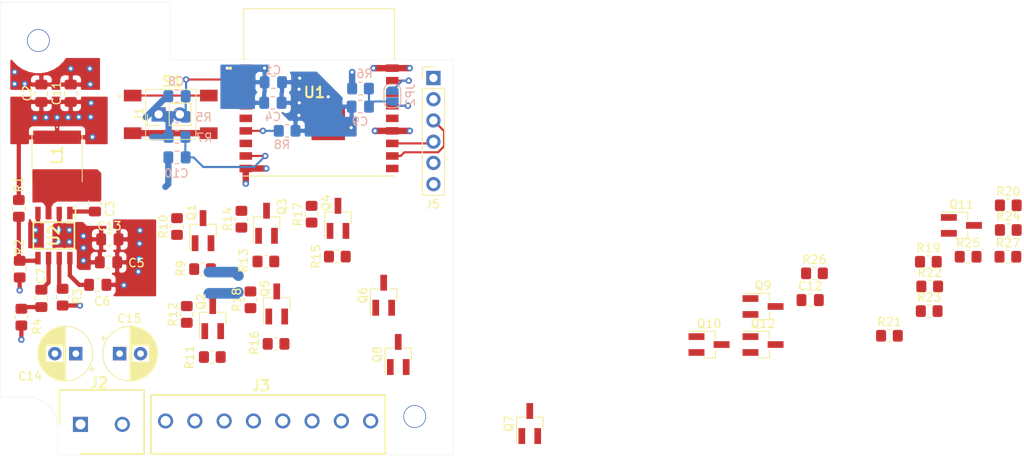
<source format=kicad_pcb>
(kicad_pcb (version 20171130) (host pcbnew "(5.1.8-0-10_14)")
  (layers (0 F.Cu signal) (1 In1.Cu power hide) (2 In2.Cu power hide) (31 B.Cu signal hide) (36 B.SilkS user hide) (37 F.SilkS user) (38 B.Mask user hide) (39 F.Mask user) (44 Edge.Cuts user))
  (net 0 "")
  (net 1 +3V3)
  (net 2 GND)
  (net 3 +12V)
  (net 4 "Net-(C7-Pad2)")
  (net 5 /ESP_EN)
  (net 6 /ESP_RST_L)
  (net 7 /GPIO0)
  (net 8 "Net-(J1-Pad2)")
  (net 9 /CTS_NC)
  (net 10 /RTS_NC)
  (net 11 /ESP_TXD)
  (net 12 /ESP_RXD)
  (net 13 /GPIO16)
  (net 14 /GPIO15)
  (net 15 /GPIO4)
  (net 16 /GPIO5)
  (net 17 /U2_SW)
  (net 18 /U2_BST)
  (net 19 /U2_SS)
  (net 20 /U2_COMP)
  (net 21 /U2_FB)
  (net 22 /U2_EN)
  (net 23 /GPIO12)
  (net 24 /GPIO13)
  (net 25 "Net-(C12-Pad1)")
  (net 26 /IN0)
  (net 27 /IN1)
  (net 28 /IN2)
  (net 29 /IN3)
  (net 30 /IN4)
  (net 31 /IN5)
  (net 32 /IN6)
  (net 33 /IN7)
  (net 34 /GPIO14)
  (net 35 /GPIO2)
  (net 36 "Net-(Q10-Pad3)")
  (net 37 /LOCK)
  (net 38 /TOUT)
  (module MountingHole:MountingHole_2.7mm_M2.5 (layer F.Cu) (at 252.73 125.73 90)
    (fp_text reference H2 hide)
    (fp_text value MountingHole)
    (pad "" np_thru_hole circle (at 0 0 90) (size 2.7 2.7) (drill 2.54) (layers *.Cu *.Mask) (clearance 2.54))
  )
  (module SamacSys_Parts:ESPWROOM02DM1102H3200PH3Q0 (layer F.Cu) (at 241.3 86.9696)
    (fp_text reference U1 (at -0.55 0) (layer F.SilkS) (effects (font (size 1.27 1.27) (thickness 0.254))))
    (fp_text value ESP-WROOM-02D_M1102H3200PH3Q0_ hide)
    (pad 1 smd rect (at -8.75 -2.9 90) (size 0.9 1.5) (layers F.Cu F.Paste F.Mask) (net 1 +3V3))
    (pad 2 smd rect (at -8.75 -1.4 90) (size 0.9 1.5) (layers F.Cu F.Paste F.Mask) (net 5 /ESP_EN))
    (pad 3 smd rect (at -8.75 0.1 90) (size 0.9 1.5) (layers F.Cu F.Paste F.Mask) (net 34 /GPIO14))
    (pad 4 smd rect (at -8.75 1.6 90) (size 0.9 1.5) (layers F.Cu F.Paste F.Mask) (net 23 /GPIO12))
    (pad 5 smd rect (at -8.75 3.1 90) (size 0.9 1.5) (layers F.Cu F.Paste F.Mask) (net 24 /GPIO13))
    (pad 6 smd rect (at -8.75 4.6 90) (size 0.9 1.5) (layers F.Cu F.Paste F.Mask) (net 14 /GPIO15))
    (pad 7 smd rect (at -8.75 6.1 90) (size 0.9 1.5) (layers F.Cu F.Paste F.Mask) (net 35 /GPIO2))
    (pad 8 smd rect (at -8.75 7.6 90) (size 0.9 1.5) (layers F.Cu F.Paste F.Mask) (net 7 /GPIO0))
    (pad 9 smd rect (at -8.75 9.1 90) (size 0.9 1.5) (layers F.Cu F.Paste F.Mask) (net 2 GND))
    (pad 10 smd rect (at 8.75 9.1 90) (size 0.9 1.5) (layers F.Cu F.Paste F.Mask) (net 15 /GPIO4))
    (pad 11 smd rect (at 8.75 7.6 90) (size 0.9 1.5) (layers F.Cu F.Paste F.Mask) (net 12 /ESP_RXD))
    (pad 12 smd rect (at 8.75 6.1 90) (size 0.9 1.5) (layers F.Cu F.Paste F.Mask) (net 11 /ESP_TXD))
    (pad 13 smd rect (at 8.75 4.6 90) (size 0.9 1.5) (layers F.Cu F.Paste F.Mask) (net 2 GND))
    (pad 14 smd rect (at 8.75 3.1 90) (size 0.9 1.5) (layers F.Cu F.Paste F.Mask) (net 16 /GPIO5))
    (pad 15 smd rect (at 8.75 1.6 90) (size 0.9 1.5) (layers F.Cu F.Paste F.Mask) (net 6 /ESP_RST_L))
    (pad 16 smd rect (at 8.75 0.1 90) (size 0.9 1.5) (layers F.Cu F.Paste F.Mask) (net 38 /TOUT))
    (pad 17 smd rect (at 8.75 -1.4 90) (size 0.9 1.5) (layers F.Cu F.Paste F.Mask) (net 13 /GPIO16))
    (pad 18 smd rect (at 8.75 -2.9 90) (size 0.9 1.5) (layers F.Cu F.Paste F.Mask) (net 2 GND))
    (pad 19 smd rect (at 1.1 3.71 90) (size 4 4) (layers F.Cu F.Paste F.Mask) (net 2 GND))
  )
  (module Capacitor_SMD:C_0805_2012Metric_Pad1.18x1.45mm_HandSolder (layer B.Cu) (at 235.839 85.7504)
    (fp_text reference C1 (at -0.0508 -1.4478 180) (layer B.SilkS) (effects (justify mirror)))
    (fp_text value .1uF)
    (pad 1 smd roundrect (at -1.0375 0) (size 1.175 1.45) (layers B.Cu B.Paste B.Mask) (roundrect_rratio 0.2127659574468085) (net 1 +3V3))
    (pad 2 smd roundrect (at 1.0375 0) (size 1.175 1.45) (layers B.Cu B.Paste B.Mask) (roundrect_rratio 0.2127659574468085) (net 2 GND))
  )
  (module Capacitor_SMD:C_0805_2012Metric_Pad1.18x1.45mm_HandSolder (layer F.Cu) (at 208.1276 87.0712 90)
    (fp_text reference C2 (at 0 -1.68 90) (layer F.SilkS))
    (fp_text value 22uF)
    (pad 2 smd roundrect (at 1.0375 0 90) (size 1.175 1.45) (layers F.Cu F.Paste F.Mask) (roundrect_rratio 0.2127659574468085) (net 2 GND))
    (pad 1 smd roundrect (at -1.0375 0 90) (size 1.175 1.45) (layers F.Cu F.Paste F.Mask) (roundrect_rratio 0.2127659574468085) (net 1 +3V3))
  )
  (module Capacitor_SMD:C_0805_2012Metric_Pad1.18x1.45mm_HandSolder (layer F.Cu) (at 214.5284 100.1776 90)
    (fp_text reference C3 (at -0.7278 1.8034 90) (layer F.SilkS))
    (fp_text value 10nF)
    (pad 1 smd roundrect (at -1.0375 0 90) (size 1.175 1.45) (layers F.Cu F.Paste F.Mask) (roundrect_rratio 0.2127659574468085) (net 18 /U2_BST))
    (pad 2 smd roundrect (at 1.0375 0 90) (size 1.175 1.45) (layers F.Cu F.Paste F.Mask) (roundrect_rratio 0.2127659574468085) (net 17 /U2_SW))
  )
  (module Capacitor_SMD:C_0805_2012Metric_Pad1.18x1.45mm_HandSolder (layer B.Cu) (at 235.7882 88.2142)
    (fp_text reference C4 (at 0 1.68 180) (layer B.SilkS) (effects (justify mirror)))
    (fp_text value 22uF)
    (pad 1 smd roundrect (at -1.0375 0) (size 1.175 1.45) (layers B.Cu B.Paste B.Mask) (roundrect_rratio 0.2127659574468085) (net 1 +3V3))
    (pad 2 smd roundrect (at 1.0375 0) (size 1.175 1.45) (layers B.Cu B.Paste B.Mask) (roundrect_rratio 0.2127659574468085) (net 2 GND))
  )
  (module Capacitor_SMD:C_0805_2012Metric_Pad1.18x1.45mm_HandSolder (layer F.Cu) (at 216.154 107.2896)
    (fp_text reference C5 (at 3.3274 0.0762) (layer F.SilkS))
    (fp_text value 10uF)
    (pad 2 smd roundrect (at 1.0375 0) (size 1.175 1.45) (layers F.Cu F.Paste F.Mask) (roundrect_rratio 0.2127659574468085) (net 2 GND))
    (pad 1 smd roundrect (at -1.0375 0) (size 1.175 1.45) (layers F.Cu F.Paste F.Mask) (roundrect_rratio 0.2127659574468085) (net 3 +12V))
  )
  (module Capacitor_SMD:C_0805_2012Metric_Pad1.18x1.45mm_HandSolder (layer F.Cu) (at 214.8625 109.982)
    (fp_text reference C6 (at 0.5295 1.9812) (layer F.SilkS))
    (fp_text value 0.1uF)
    (pad 2 smd roundrect (at 1.0375 0) (size 1.175 1.45) (layers F.Cu F.Paste F.Mask) (roundrect_rratio 0.2127659574468085) (net 2 GND))
    (pad 1 smd roundrect (at -1.0375 0) (size 1.175 1.45) (layers F.Cu F.Paste F.Mask) (roundrect_rratio 0.2127659574468085) (net 19 /U2_SS))
  )
  (module Capacitor_SMD:C_0805_2012Metric_Pad1.18x1.45mm_HandSolder (layer F.Cu) (at 208.1276 111.6076 270)
    (fp_text reference C7 (at -2.6924 0.0254 270) (layer F.SilkS))
    (fp_text value 6.8nF)
    (pad 1 smd roundrect (at -1.0375 0 270) (size 1.175 1.45) (layers F.Cu F.Paste F.Mask) (roundrect_rratio 0.2127659574468085) (net 20 /U2_COMP))
    (pad 2 smd roundrect (at 1.0375 0 270) (size 1.175 1.45) (layers F.Cu F.Paste F.Mask) (roundrect_rratio 0.2127659574468085) (net 4 "Net-(C7-Pad2)"))
  )
  (module Capacitor_SMD:C_0805_2012Metric_Pad1.18x1.45mm_HandSolder (layer B.Cu) (at 224.3328 87.4268 180)
    (fp_text reference C8 (at 0.1016 1.778 180) (layer B.SilkS) (effects (justify mirror)))
    (fp_text value 0.1uF)
    (pad 2 smd roundrect (at 1.0375 0 180) (size 1.175 1.45) (layers B.Cu B.Paste B.Mask) (roundrect_rratio 0.2127659574468085) (net 2 GND))
    (pad 1 smd roundrect (at -1.0375 0 180) (size 1.175 1.45) (layers B.Cu B.Paste B.Mask) (roundrect_rratio 0.2127659574468085) (net 5 /ESP_EN))
  )
  (module Capacitor_SMD:C_0805_2012Metric_Pad1.18x1.45mm_HandSolder (layer B.Cu) (at 246.2276 88.6714 180)
    (fp_text reference C9 (at 0.0215 -1.778 180) (layer B.SilkS) (effects (justify mirror)))
    (fp_text value 0.1uF)
    (pad 1 smd roundrect (at -1.0375 0 180) (size 1.175 1.45) (layers B.Cu B.Paste B.Mask) (roundrect_rratio 0.2127659574468085) (net 6 /ESP_RST_L))
    (pad 2 smd roundrect (at 1.0375 0 180) (size 1.175 1.45) (layers B.Cu B.Paste B.Mask) (roundrect_rratio 0.2127659574468085) (net 2 GND))
  )
  (module Capacitor_SMD:C_0805_2012Metric_Pad1.18x1.45mm_HandSolder (layer B.Cu) (at 224.3328 94.742 180)
    (fp_text reference C10 (at 0.0762 -1.905 180) (layer B.SilkS) (effects (justify mirror)))
    (fp_text value 0.1uF)
    (pad 1 smd roundrect (at -1.0375 0 180) (size 1.175 1.45) (layers B.Cu B.Paste B.Mask) (roundrect_rratio 0.2127659574468085) (net 7 /GPIO0))
    (pad 2 smd roundrect (at 1.0375 0 180) (size 1.175 1.45) (layers B.Cu B.Paste B.Mask) (roundrect_rratio 0.2127659574468085) (net 2 GND))
  )
  (module SamacSys_Parts:SHDR2W70P0X500_1X2_1000X750X1160P (layer F.Cu) (at 212.8012 126.6698)
    (fp_text reference J2 (at 2.2098 -4.9784) (layer F.SilkS) (effects (font (size 1.27 1.27) (thickness 0.254))))
    (fp_text value 691137710002 hide)
    (pad 2 thru_hole circle (at 5 0) (size 1.8 1.8) (drill 1.2) (layers *.Cu *.Mask) (net 2 GND))
    (pad 1 thru_hole rect (at 0 0) (size 1.8 1.8) (drill 1.2) (layers *.Cu *.Mask) (net 3 +12V))
  )
  (module Connector_PinHeader_2.54mm:PinHeader_1x06_P2.54mm_Vertical (layer F.Cu) (at 254.9652 85.2424)
    (fp_text reference J5 (at -0.1016 15.0876) (layer F.SilkS))
    (fp_text value Conn_01x06_Female)
    (pad 6 thru_hole oval (at 0 12.7) (size 1.7 1.7) (drill 1) (layers *.Cu *.Mask) (net 9 /CTS_NC))
    (pad 5 thru_hole oval (at 0 10.16) (size 1.7 1.7) (drill 1) (layers *.Cu *.Mask) (net 10 /RTS_NC))
    (pad 4 thru_hole oval (at 0 7.62) (size 1.7 1.7) (drill 1) (layers *.Cu *.Mask) (net 11 /ESP_TXD))
    (pad 3 thru_hole oval (at 0 5.08) (size 1.7 1.7) (drill 1) (layers *.Cu *.Mask) (net 12 /ESP_RXD))
    (pad 2 thru_hole oval (at 0 2.54) (size 1.7 1.7) (drill 1) (layers *.Cu *.Mask) (net 2 GND))
    (pad 1 thru_hole rect (at 0 0) (size 1.7 1.7) (drill 1) (layers *.Cu *.Mask) (net 1 +3V3))
  )
  (module Jumper:SolderJumper-2_P1.3mm_Open_RoundedPad1.0x1.5mm (layer B.Cu) (at 250.063 87.4014 270)
    (fp_text reference JP2 (at -0.112 -2.159 90) (layer B.SilkS) (effects (justify mirror)))
    (fp_text value SolderJumper_2_Open)
    (pad 1 smd custom (at -0.65 0 270) (size 1 0.5) (layers B.Cu B.Mask) (net 13 /GPIO16) (options (clearance outline) (anchor rect)) (primitives (gr_circle (center 0 -0.25) (end 0.5 -0.25) (width 0)) (gr_circle (center 0 0.25) (end 0.5 0.25) (width 0)) (gr_poly (pts (xy 0 0.75) (xy 0.5 0.75) (xy 0.5 -0.75) (xy 0 -0.75)) (width 0))))
    (pad 2 smd custom (at 0.65 0 270) (size 1 0.5) (layers B.Cu B.Mask) (net 6 /ESP_RST_L) (options (clearance outline) (anchor rect)) (primitives (gr_circle (center 0 -0.25) (end 0.5 -0.25) (width 0)) (gr_circle (center 0 0.25) (end 0.5 0.25) (width 0)) (gr_poly (pts (xy 0 0.75) (xy -0.5 0.75) (xy -0.5 -0.75) (xy 0 -0.75)) (width 0))))
  )
  (module SamacSys_Parts:NRS6045T101MMGKV (layer F.Cu) (at 210.0072 94.3864 270)
    (fp_text reference L1 (at 0.075 0 90) (layer F.SilkS) (effects (font (size 1.27 1.27) (thickness 0.254))))
    (fp_text value NRS6045T100MMGK hide)
    (pad 1 smd rect (at -2.05 0) (size 5.7 1.6) (layers F.Cu F.Paste F.Mask) (net 1 +3V3))
    (pad 2 smd rect (at 2.65 0) (size 5.7 1.6) (layers F.Cu F.Paste F.Mask) (net 17 /U2_SW))
  )
  (module Resistor_SMD:R_0805_2012Metric_Pad1.20x1.40mm_HandSolder (layer F.Cu) (at 205.4352 100.838 270)
    (fp_text reference R1 (at -2.8702 0.0254 90) (layer F.SilkS))
    (fp_text value 26.1k)
    (pad 2 smd roundrect (at 1 0 270) (size 1.2 1.4) (layers F.Cu F.Paste F.Mask) (roundrect_rratio 0.2083325) (net 21 /U2_FB))
    (pad 1 smd roundrect (at -1 0 270) (size 1.2 1.4) (layers F.Cu F.Paste F.Mask) (roundrect_rratio 0.2083325) (net 1 +3V3))
  )
  (module Resistor_SMD:R_0805_2012Metric_Pad1.20x1.40mm_HandSolder (layer F.Cu) (at 205.5368 108.1024 270)
    (fp_text reference R2 (at -2.6162 0.0508 90) (layer F.SilkS))
    (fp_text value 10k)
    (pad 2 smd roundrect (at 1 0 270) (size 1.2 1.4) (layers F.Cu F.Paste F.Mask) (roundrect_rratio 0.2083325) (net 2 GND))
    (pad 1 smd roundrect (at -1 0 270) (size 1.2 1.4) (layers F.Cu F.Paste F.Mask) (roundrect_rratio 0.2083325) (net 21 /U2_FB))
  )
  (module Resistor_SMD:R_0805_2012Metric_Pad1.20x1.40mm_HandSolder (layer F.Cu) (at 210.6676 111.4552 90)
    (fp_text reference R3 (at 0.111 1.778 90) (layer F.SilkS))
    (fp_text value 10k)
    (pad 1 smd roundrect (at -1 0 90) (size 1.2 1.4) (layers F.Cu F.Paste F.Mask) (roundrect_rratio 0.2083325) (net 3 +12V))
    (pad 2 smd roundrect (at 1 0 90) (size 1.2 1.4) (layers F.Cu F.Paste F.Mask) (roundrect_rratio 0.2083325) (net 22 /U2_EN))
  )
  (module Resistor_SMD:R_0805_2012Metric_Pad1.20x1.40mm_HandSolder (layer F.Cu) (at 205.74 113.8428 270)
    (fp_text reference R4 (at 1.1176 -1.8542 90) (layer F.SilkS))
    (fp_text value 6.8k)
    (pad 2 smd roundrect (at 1 0 270) (size 1.2 1.4) (layers F.Cu F.Paste F.Mask) (roundrect_rratio 0.2083325) (net 2 GND))
    (pad 1 smd roundrect (at -1 0 270) (size 1.2 1.4) (layers F.Cu F.Paste F.Mask) (roundrect_rratio 0.2083325) (net 4 "Net-(C7-Pad2)"))
  )
  (module Resistor_SMD:R_0805_2012Metric_Pad1.20x1.40mm_HandSolder (layer B.Cu) (at 224.3328 89.8906)
    (fp_text reference R5 (at 3.175 0.0508 180) (layer B.SilkS) (effects (justify mirror)))
    (fp_text value 10k)
    (pad 1 smd roundrect (at -1 0) (size 1.2 1.4) (layers B.Cu B.Paste B.Mask) (roundrect_rratio 0.2083325) (net 1 +3V3))
    (pad 2 smd roundrect (at 1 0) (size 1.2 1.4) (layers B.Cu B.Paste B.Mask) (roundrect_rratio 0.2083325) (net 5 /ESP_EN))
  )
  (module Resistor_SMD:R_0805_2012Metric_Pad1.20x1.40mm_HandSolder (layer B.Cu) (at 246.253 86.5124)
    (fp_text reference R6 (at 0.492 -1.778 180) (layer B.SilkS) (effects (justify mirror)))
    (fp_text value 10k)
    (pad 1 smd roundrect (at -1 0) (size 1.2 1.4) (layers B.Cu B.Paste B.Mask) (roundrect_rratio 0.2083325) (net 1 +3V3))
    (pad 2 smd roundrect (at 1 0) (size 1.2 1.4) (layers B.Cu B.Paste B.Mask) (roundrect_rratio 0.2083325) (net 6 /ESP_RST_L))
  )
  (module Resistor_SMD:R_0805_2012Metric_Pad1.20x1.40mm_HandSolder (layer B.Cu) (at 224.3328 92.3036)
    (fp_text reference R7 (at 3.2512 0.0762 180) (layer B.SilkS) (effects (justify mirror)))
    (fp_text value 10k)
    (pad 1 smd roundrect (at -1 0) (size 1.2 1.4) (layers B.Cu B.Paste B.Mask) (roundrect_rratio 0.2083325) (net 1 +3V3))
    (pad 2 smd roundrect (at 1 0) (size 1.2 1.4) (layers B.Cu B.Paste B.Mask) (roundrect_rratio 0.2083325) (net 7 /GPIO0))
  )
  (module Resistor_SMD:R_0805_2012Metric_Pad1.20x1.40mm_HandSolder (layer B.Cu) (at 237.49 91.567)
    (fp_text reference R8 (at -0.619 1.651) (layer B.SilkS) (effects (justify mirror)))
    (fp_text value DNS)
    (pad 2 smd roundrect (at 1 0) (size 1.2 1.4) (layers B.Cu B.Paste B.Mask) (roundrect_rratio 0.2083325) (net 2 GND))
    (pad 1 smd roundrect (at -1 0) (size 1.2 1.4) (layers B.Cu B.Paste B.Mask) (roundrect_rratio 0.2083325) (net 14 /GPIO15))
  )
  (module SamacSys_Parts:LL3301NF065QG (layer F.Cu) (at 223.5835 89.5985)
    (fp_text reference S1 (at 0.1905 -3.937) (layer F.SilkS) (effects (font (size 1.27 1.27) (thickness 0.254))))
    (fp_text value LL3301NF065QG hide)
    (pad 4 smd rect (at 4.55 2.25 90) (size 1.4 2.1) (layers F.Cu F.Paste F.Mask) (net 2 GND))
    (pad 3 smd rect (at -4.55 2.25 90) (size 1.4 2.1) (layers F.Cu F.Paste F.Mask) (net 2 GND))
    (pad 2 smd rect (at 4.55 -2.25 90) (size 1.4 2.1) (layers F.Cu F.Paste F.Mask) (net 7 /GPIO0))
    (pad 1 smd rect (at -4.55 -2.25 90) (size 1.4 2.1) (layers F.Cu F.Paste F.Mask) (net 7 /GPIO0))
  )
  (module SamacSys_Parts:SOIC127P600X150-8N (layer F.Cu) (at 209.6262 104.0892 270)
    (fp_text reference U2 (at 0 0 90) (layer F.SilkS) (effects (font (size 1.27 1.27) (thickness 0.254))))
    (fp_text value AP6502SP-13 hide)
    (pad 1 smd rect (at -2.7 -1.905) (size 0.65 1.5) (layers F.Cu F.Paste F.Mask) (net 18 /U2_BST))
    (pad 2 smd rect (at -2.7 -0.635) (size 0.65 1.5) (layers F.Cu F.Paste F.Mask) (net 3 +12V))
    (pad 3 smd rect (at -2.7 0.635) (size 0.65 1.5) (layers F.Cu F.Paste F.Mask) (net 17 /U2_SW))
    (pad 4 smd rect (at -2.7 1.905) (size 0.65 1.5) (layers F.Cu F.Paste F.Mask) (net 2 GND))
    (pad 5 smd rect (at 2.7 1.905) (size 0.65 1.5) (layers F.Cu F.Paste F.Mask) (net 21 /U2_FB))
    (pad 6 smd rect (at 2.7 0.635) (size 0.65 1.5) (layers F.Cu F.Paste F.Mask) (net 20 /U2_COMP))
    (pad 7 smd rect (at 2.7 -0.635) (size 0.65 1.5) (layers F.Cu F.Paste F.Mask) (net 22 /U2_EN))
    (pad 8 smd rect (at 2.7 -1.905) (size 0.65 1.5) (layers F.Cu F.Paste F.Mask) (net 19 /U2_SS))
  )
  (module Capacitor_SMD:C_0805_2012Metric_Pad1.18x1.45mm_HandSolder (layer F.Cu) (at 211.6328 87.0712 90)
    (fp_text reference C11 (at 0 -1.68 90) (layer F.SilkS))
    (fp_text value 22uF)
    (pad 2 smd roundrect (at 1.0375 0 90) (size 1.175 1.45) (layers F.Cu F.Paste F.Mask) (roundrect_rratio 0.2127659574468085) (net 2 GND))
    (pad 1 smd roundrect (at -1.0375 0 90) (size 1.175 1.45) (layers F.Cu F.Paste F.Mask) (roundrect_rratio 0.2127659574468085) (net 1 +3V3))
  )
  (module Capacitor_SMD:C_0805_2012Metric_Pad1.18x1.45mm_HandSolder (layer F.Cu) (at 216.3064 104.5464)
    (fp_text reference C13 (at -0.0508 -1.6002) (layer F.SilkS))
    (fp_text value 10uF)
    (pad 1 smd roundrect (at -1.0375 0) (size 1.175 1.45) (layers F.Cu F.Paste F.Mask) (roundrect_rratio 0.2127659574468085) (net 3 +12V))
    (pad 2 smd roundrect (at 1.0375 0) (size 1.175 1.45) (layers F.Cu F.Paste F.Mask) (roundrect_rratio 0.2127659574468085) (net 2 GND))
  )
  (module Capacitor_THT:CP_Radial_D6.3mm_P2.50mm (layer F.Cu) (at 212.2424 118.2116 180)
    (fp_text reference C14 (at 5.461 -2.6924) (layer F.SilkS))
    (fp_text value 100uF)
    (pad 2 thru_hole circle (at 2.5 0 180) (size 1.6 1.6) (drill 0.8) (layers *.Cu *.Mask) (net 2 GND))
    (pad 1 thru_hole rect (at 0 0 180) (size 1.6 1.6) (drill 0.8) (layers *.Cu *.Mask) (net 3 +12V))
  )
  (module Capacitor_THT:CP_Radial_D6.3mm_P2.50mm (layer F.Cu) (at 217.4748 118.2116)
    (fp_text reference C15 (at 1.1557 -4.2037) (layer F.SilkS))
    (fp_text value 100uF)
    (pad 1 thru_hole rect (at 0 0) (size 1.6 1.6) (drill 0.8) (layers *.Cu *.Mask) (net 3 +12V))
    (pad 2 thru_hole circle (at 2.5 0) (size 1.6 1.6) (drill 0.8) (layers *.Cu *.Mask) (net 2 GND))
  )
  (module MountingHole:MountingHole_2.7mm_M2.5 (layer F.Cu) (at 207.772 80.772)
    (fp_text reference H1 hide)
    (fp_text value MountingHole)
    (pad "" np_thru_hole circle (at 0 0) (size 2.7 2.7) (drill 2.54) (layers *.Cu *.Mask) (clearance 2.54))
  )
  (module Capacitor_SMD:C_0805_2012Metric_Pad1.18x1.45mm_HandSolder (layer F.Cu) (at 299.969201 111.803801)
    (fp_text reference C12 (at 0 -1.68) (layer F.SilkS))
    (fp_text value 10uF)
    (pad 1 smd roundrect (at -1.0375 0) (size 1.175 1.45) (layers F.Cu F.Paste F.Mask) (roundrect_rratio 0.212766) (net 25 "Net-(C12-Pad1)"))
    (pad 2 smd roundrect (at 1.0375 0) (size 1.175 1.45) (layers F.Cu F.Paste F.Mask) (roundrect_rratio 0.212766) (net 2 GND))
  )
  (module Connector_PinHeader_2.54mm:PinHeader_1x02_P2.54mm_Vertical (layer F.Cu) (at 222.1357 89.5985 90)
    (fp_text reference J1 (at 0 -2.33 90) (layer F.SilkS))
    (fp_text value Conn_01x02_Male)
    (pad 1 thru_hole rect (at 0 0 90) (size 1.7 1.7) (drill 1) (layers *.Cu *.Mask) (net 7 /GPIO0))
    (pad 2 thru_hole oval (at 0 2.54 90) (size 1.7 1.7) (drill 1) (layers *.Cu *.Mask) (net 2 GND))
  )
  (module SamacSys_Parts:1984675 (layer F.Cu) (at 256.4664 117.2634)
    (fp_text reference J3 (at -22.1006 4.7836) (layer F.SilkS) (effects (font (size 1.27 1.27) (thickness 0.254))))
    (fp_text value 1984675 hide)
    (pad 1 thru_hole circle (at -33.5 9) (size 1.8 1.8) (drill 1.2) (layers *.Cu *.Mask) (net 26 /IN0))
    (pad 2 thru_hole circle (at -30 9) (size 1.8 1.8) (drill 1.2) (layers *.Cu *.Mask) (net 27 /IN1))
    (pad 3 thru_hole circle (at -26.5 9) (size 1.8 1.8) (drill 1.2) (layers *.Cu *.Mask) (net 28 /IN2))
    (pad 4 thru_hole circle (at -23 9) (size 1.8 1.8) (drill 1.2) (layers *.Cu *.Mask) (net 29 /IN3))
    (pad 5 thru_hole circle (at -19.5 9) (size 1.8 1.8) (drill 1.2) (layers *.Cu *.Mask) (net 30 /IN4))
    (pad 6 thru_hole circle (at -16 9) (size 1.8 1.8) (drill 1.2) (layers *.Cu *.Mask) (net 31 /IN5))
    (pad 7 thru_hole circle (at -12.5 9) (size 1.8 1.8) (drill 1.2) (layers *.Cu *.Mask) (net 32 /IN6))
    (pad 8 thru_hole circle (at -9 9) (size 1.8 1.8) (drill 1.2) (layers *.Cu *.Mask) (net 33 /IN7))
  )
  (module Package_TO_SOT_SMD:SOT-23_Handsoldering (layer F.Cu) (at 227.4418 103.5036 90)
    (fp_text reference Q1 (at 2.1957 -1.3818 90) (layer F.SilkS))
    (fp_text value Q_NMOS_GSD)
    (pad 1 smd rect (at -1.5 -0.95 90) (size 1.9 0.8) (layers F.Cu F.Paste F.Mask) (net 26 /IN0))
    (pad 2 smd rect (at -1.5 0.95 90) (size 1.9 0.8) (layers F.Cu F.Paste F.Mask) (net 2 GND))
    (pad 3 smd rect (at 1.5 0 90) (size 1.9 0.8) (layers F.Cu F.Paste F.Mask) (net 34 /GPIO14))
  )
  (module Package_TO_SOT_SMD:SOT-23_Handsoldering (layer F.Cu) (at 228.6 114.0206 90)
    (fp_text reference Q2 (at 2.0447 -1.3843 90) (layer F.SilkS))
    (fp_text value Q_NMOS_GSD)
    (pad 3 smd rect (at 1.5 0 90) (size 1.9 0.8) (layers F.Cu F.Paste F.Mask) (net 23 /GPIO12))
    (pad 2 smd rect (at -1.5 0.95 90) (size 1.9 0.8) (layers F.Cu F.Paste F.Mask) (net 2 GND))
    (pad 1 smd rect (at -1.5 -0.95 90) (size 1.9 0.8) (layers F.Cu F.Paste F.Mask) (net 27 /IN1))
  )
  (module Package_TO_SOT_SMD:SOT-23_Handsoldering (layer F.Cu) (at 235.0262 102.616 90)
    (fp_text reference Q3 (at 1.9812 1.8542 90) (layer F.SilkS))
    (fp_text value Q_NMOS_GSD)
    (pad 1 smd rect (at -1.5 -0.95 90) (size 1.9 0.8) (layers F.Cu F.Paste F.Mask) (net 28 /IN2))
    (pad 2 smd rect (at -1.5 0.95 90) (size 1.9 0.8) (layers F.Cu F.Paste F.Mask) (net 2 GND))
    (pad 3 smd rect (at 1.5 0 90) (size 1.9 0.8) (layers F.Cu F.Paste F.Mask) (net 24 /GPIO13))
  )
  (module Package_TO_SOT_SMD:SOT-23_Handsoldering (layer F.Cu) (at 243.5606 102.0318 90)
    (fp_text reference Q4 (at 1.8669 -1.3843 90) (layer F.SilkS))
    (fp_text value Q_NMOS_GSD)
    (pad 3 smd rect (at 1.5 0 90) (size 1.9 0.8) (layers F.Cu F.Paste F.Mask) (net 16 /GPIO5))
    (pad 2 smd rect (at -1.5 0.95 90) (size 1.9 0.8) (layers F.Cu F.Paste F.Mask) (net 2 GND))
    (pad 1 smd rect (at -1.5 -0.95 90) (size 1.9 0.8) (layers F.Cu F.Paste F.Mask) (net 30 /IN4))
  )
  (module Package_TO_SOT_SMD:SOT-23_Handsoldering (layer F.Cu) (at 236.2454 112.268 90)
    (fp_text reference Q5 (at 1.8542 -1.4097 90) (layer F.SilkS))
    (fp_text value Q_NMOS_GSD)
    (pad 1 smd rect (at -1.5 -0.95 90) (size 1.9 0.8) (layers F.Cu F.Paste F.Mask) (net 29 /IN3))
    (pad 2 smd rect (at -1.5 0.95 90) (size 1.9 0.8) (layers F.Cu F.Paste F.Mask) (net 2 GND))
    (pad 3 smd rect (at 1.5 0 90) (size 1.9 0.8) (layers F.Cu F.Paste F.Mask) (net 35 /GPIO2))
  )
  (module Package_TO_SOT_SMD:SOT-23_Handsoldering (layer F.Cu) (at 249.0216 111.2266 90)
    (fp_text reference Q6 (at 0 -2.5 90) (layer F.SilkS))
    (fp_text value Q_NMOS_GSD)
    (pad 3 smd rect (at 1.5 0 90) (size 1.9 0.8) (layers F.Cu F.Paste F.Mask) (net 15 /GPIO4))
    (pad 2 smd rect (at -1.5 0.95 90) (size 1.9 0.8) (layers F.Cu F.Paste F.Mask) (net 2 GND))
    (pad 1 smd rect (at -1.5 -0.95 90) (size 1.9 0.8) (layers F.Cu F.Paste F.Mask) (net 31 /IN5))
  )
  (module Package_TO_SOT_SMD:SOT-23_Handsoldering (layer F.Cu) (at 266.4714 126.5682 90)
    (fp_text reference Q7 (at 0 -2.5 90) (layer F.SilkS))
    (fp_text value Q_NMOS_GSD)
    (pad 1 smd rect (at -1.5 -0.95 90) (size 1.9 0.8) (layers F.Cu F.Paste F.Mask) (net 32 /IN6))
    (pad 2 smd rect (at -1.5 0.95 90) (size 1.9 0.8) (layers F.Cu F.Paste F.Mask) (net 2 GND))
    (pad 3 smd rect (at 1.5 0 90) (size 1.9 0.8) (layers F.Cu F.Paste F.Mask) (net 13 /GPIO16))
  )
  (module Package_TO_SOT_SMD:SOT-23_Handsoldering (layer F.Cu) (at 250.759 118.3118 90)
    (fp_text reference Q8 (at 0 -2.5 90) (layer F.SilkS))
    (fp_text value Q_NMOS_GSD)
    (pad 3 smd rect (at 1.5 0 90) (size 1.9 0.8) (layers F.Cu F.Paste F.Mask) (net 14 /GPIO15))
    (pad 2 smd rect (at -1.5 0.95 90) (size 1.9 0.8) (layers F.Cu F.Paste F.Mask) (net 2 GND))
    (pad 1 smd rect (at -1.5 -0.95 90) (size 1.9 0.8) (layers F.Cu F.Paste F.Mask) (net 33 /IN7))
  )
  (module Package_TO_SOT_SMD:SOT-23_Handsoldering (layer F.Cu) (at 294.339201 112.573801)
    (fp_text reference Q9 (at 0 -2.5) (layer F.SilkS))
    (fp_text value Q_NMOS_GSD)
    (pad 3 smd rect (at 1.5 0) (size 1.9 0.8) (layers F.Cu F.Paste F.Mask) (net 15 /GPIO4))
    (pad 2 smd rect (at -1.5 0.95) (size 1.9 0.8) (layers F.Cu F.Paste F.Mask) (net 2 GND))
    (pad 1 smd rect (at -1.5 -0.95) (size 1.9 0.8) (layers F.Cu F.Paste F.Mask) (net 7 /GPIO0))
  )
  (module Package_TO_SOT_SMD:SOT-23_Handsoldering (layer F.Cu) (at 287.889201 117.123801)
    (fp_text reference Q10 (at 0 -2.5) (layer F.SilkS))
    (fp_text value Q_NMOS_GSD)
    (pad 1 smd rect (at -1.5 -0.95) (size 1.9 0.8) (layers F.Cu F.Paste F.Mask) (net 25 "Net-(C12-Pad1)"))
    (pad 2 smd rect (at -1.5 0.95) (size 1.9 0.8) (layers F.Cu F.Paste F.Mask) (net 2 GND))
    (pad 3 smd rect (at 1.5 0) (size 1.9 0.8) (layers F.Cu F.Paste F.Mask) (net 36 "Net-(Q10-Pad3)"))
  )
  (module Package_TO_SOT_SMD:SOT-23_Handsoldering (layer F.Cu) (at 318.039201 102.873801)
    (fp_text reference Q11 (at 0 -2.5) (layer F.SilkS))
    (fp_text value Q_NMOS_GSD)
    (pad 1 smd rect (at -1.5 -0.95) (size 1.9 0.8) (layers F.Cu F.Paste F.Mask) (net 15 /GPIO4))
    (pad 2 smd rect (at -1.5 0.95) (size 1.9 0.8) (layers F.Cu F.Paste F.Mask) (net 2 GND))
    (pad 3 smd rect (at 1.5 0) (size 1.9 0.8) (layers F.Cu F.Paste F.Mask) (net 37 /LOCK))
  )
  (module Package_TO_SOT_SMD:SOT-23_Handsoldering (layer F.Cu) (at 294.339201 117.123801)
    (fp_text reference Q12 (at 0 -2.5) (layer F.SilkS))
    (fp_text value Q_NMOS_GSD)
    (pad 3 smd rect (at 1.5 0) (size 1.9 0.8) (layers F.Cu F.Paste F.Mask) (net 14 /GPIO15))
    (pad 2 smd rect (at -1.5 0.95) (size 1.9 0.8) (layers F.Cu F.Paste F.Mask) (net 2 GND))
    (pad 1 smd rect (at -1.5 -0.95) (size 1.9 0.8) (layers F.Cu F.Paste F.Mask) (net 36 "Net-(Q10-Pad3)"))
  )
  (module Resistor_SMD:R_0805_2012Metric_Pad1.20x1.40mm_HandSolder (layer F.Cu) (at 227.3808 108.1024)
    (fp_text reference R9 (at -2.6035 -0.0762 90) (layer F.SilkS))
    (fp_text value 10k)
    (pad 2 smd roundrect (at 1 0) (size 1.2 1.4) (layers F.Cu F.Paste F.Mask) (roundrect_rratio 0.208333) (net 2 GND))
    (pad 1 smd roundrect (at -1 0) (size 1.2 1.4) (layers F.Cu F.Paste F.Mask) (roundrect_rratio 0.208333) (net 26 /IN0))
  )
  (module Resistor_SMD:R_0805_2012Metric_Pad1.20x1.40mm_HandSolder (layer F.Cu) (at 224.3328 103.0064 90)
    (fp_text reference R10 (at 0 -1.65 90) (layer F.SilkS))
    (fp_text value 10k)
    (pad 1 smd roundrect (at -1 0 90) (size 1.2 1.4) (layers F.Cu F.Paste F.Mask) (roundrect_rratio 0.208333) (net 1 +3V3))
    (pad 2 smd roundrect (at 1 0 90) (size 1.2 1.4) (layers F.Cu F.Paste F.Mask) (roundrect_rratio 0.208333) (net 34 /GPIO14))
  )
  (module Resistor_SMD:R_0805_2012Metric_Pad1.20x1.40mm_HandSolder (layer F.Cu) (at 228.5492 118.618)
    (fp_text reference R11 (at -2.7051 0.0127 90) (layer F.SilkS))
    (fp_text value 10k)
    (pad 1 smd roundrect (at -1 0) (size 1.2 1.4) (layers F.Cu F.Paste F.Mask) (roundrect_rratio 0.208333) (net 27 /IN1))
    (pad 2 smd roundrect (at 1 0) (size 1.2 1.4) (layers F.Cu F.Paste F.Mask) (roundrect_rratio 0.208333) (net 2 GND))
  )
  (module Resistor_SMD:R_0805_2012Metric_Pad1.20x1.40mm_HandSolder (layer F.Cu) (at 225.5012 113.522 90)
    (fp_text reference R12 (at 0 -1.65 90) (layer F.SilkS))
    (fp_text value 10k)
    (pad 1 smd roundrect (at -1 0 90) (size 1.2 1.4) (layers F.Cu F.Paste F.Mask) (roundrect_rratio 0.208333) (net 1 +3V3))
    (pad 2 smd roundrect (at 1 0 90) (size 1.2 1.4) (layers F.Cu F.Paste F.Mask) (roundrect_rratio 0.208333) (net 23 /GPIO12))
  )
  (module Resistor_SMD:R_0805_2012Metric_Pad1.20x1.40mm_HandSolder (layer F.Cu) (at 234.95 107.188)
    (fp_text reference R13 (at -2.6924 -0.1016 90) (layer F.SilkS))
    (fp_text value 10k)
    (pad 1 smd roundrect (at -1 0) (size 1.2 1.4) (layers F.Cu F.Paste F.Mask) (roundrect_rratio 0.208333) (net 28 /IN2))
    (pad 2 smd roundrect (at 1 0) (size 1.2 1.4) (layers F.Cu F.Paste F.Mask) (roundrect_rratio 0.208333) (net 2 GND))
  )
  (module Resistor_SMD:R_0805_2012Metric_Pad1.20x1.40mm_HandSolder (layer F.Cu) (at 232.029 102.1334 90)
    (fp_text reference R14 (at 0 -1.65 90) (layer F.SilkS))
    (fp_text value 10k)
    (pad 2 smd roundrect (at 1 0 90) (size 1.2 1.4) (layers F.Cu F.Paste F.Mask) (roundrect_rratio 0.208333) (net 24 /GPIO13))
    (pad 1 smd roundrect (at -1 0 90) (size 1.2 1.4) (layers F.Cu F.Paste F.Mask) (roundrect_rratio 0.208333) (net 1 +3V3))
  )
  (module Resistor_SMD:R_0805_2012Metric_Pad1.20x1.40mm_HandSolder (layer F.Cu) (at 243.4844 106.6038)
    (fp_text reference R15 (at -2.5273 0 90) (layer F.SilkS))
    (fp_text value 10k)
    (pad 1 smd roundrect (at -1 0) (size 1.2 1.4) (layers F.Cu F.Paste F.Mask) (roundrect_rratio 0.208333) (net 30 /IN4))
    (pad 2 smd roundrect (at 1 0) (size 1.2 1.4) (layers F.Cu F.Paste F.Mask) (roundrect_rratio 0.208333) (net 2 GND))
  )
  (module Resistor_SMD:R_0805_2012Metric_Pad1.20x1.40mm_HandSolder (layer F.Cu) (at 236.1692 117.0432)
    (fp_text reference R16 (at -2.5908 -0.1143 90) (layer F.SilkS))
    (fp_text value 10k)
    (pad 1 smd roundrect (at -1 0) (size 1.2 1.4) (layers F.Cu F.Paste F.Mask) (roundrect_rratio 0.208333) (net 29 /IN3))
    (pad 2 smd roundrect (at 1 0) (size 1.2 1.4) (layers F.Cu F.Paste F.Mask) (roundrect_rratio 0.208333) (net 2 GND))
  )
  (module Resistor_SMD:R_0805_2012Metric_Pad1.20x1.40mm_HandSolder (layer F.Cu) (at 240.411 101.5365 90)
    (fp_text reference R17 (at 0 -1.65 90) (layer F.SilkS))
    (fp_text value 10k)
    (pad 2 smd roundrect (at 1 0 90) (size 1.2 1.4) (layers F.Cu F.Paste F.Mask) (roundrect_rratio 0.208333) (net 16 /GPIO5))
    (pad 1 smd roundrect (at -1 0 90) (size 1.2 1.4) (layers F.Cu F.Paste F.Mask) (roundrect_rratio 0.208333) (net 1 +3V3))
  )
  (module Resistor_SMD:R_0805_2012Metric_Pad1.20x1.40mm_HandSolder (layer F.Cu) (at 233.1085 111.7727 90)
    (fp_text reference R18 (at 0 -1.65 90) (layer F.SilkS))
    (fp_text value 10k)
    (pad 2 smd roundrect (at 1 0 90) (size 1.2 1.4) (layers F.Cu F.Paste F.Mask) (roundrect_rratio 0.208333) (net 35 /GPIO2))
    (pad 1 smd roundrect (at -1 0 90) (size 1.2 1.4) (layers F.Cu F.Paste F.Mask) (roundrect_rratio 0.208333) (net 1 +3V3))
  )
  (module Resistor_SMD:R_0805_2012Metric_Pad1.20x1.40mm_HandSolder (layer F.Cu) (at 314.089201 107.223801)
    (fp_text reference R19 (at 0 -1.65) (layer F.SilkS))
    (fp_text value 10k)
    (pad 1 smd roundrect (at -1 0) (size 1.2 1.4) (layers F.Cu F.Paste F.Mask) (roundrect_rratio 0.208333) (net 31 /IN5))
    (pad 2 smd roundrect (at 1 0) (size 1.2 1.4) (layers F.Cu F.Paste F.Mask) (roundrect_rratio 0.208333) (net 2 GND))
  )
  (module Resistor_SMD:R_0805_2012Metric_Pad1.20x1.40mm_HandSolder (layer F.Cu) (at 323.639201 100.473801)
    (fp_text reference R20 (at 0 -1.65) (layer F.SilkS))
    (fp_text value 10k)
    (pad 1 smd roundrect (at -1 0) (size 1.2 1.4) (layers F.Cu F.Paste F.Mask) (roundrect_rratio 0.208333) (net 32 /IN6))
    (pad 2 smd roundrect (at 1 0) (size 1.2 1.4) (layers F.Cu F.Paste F.Mask) (roundrect_rratio 0.208333) (net 2 GND))
  )
  (module Resistor_SMD:R_0805_2012Metric_Pad1.20x1.40mm_HandSolder (layer F.Cu) (at 309.439201 116.073801)
    (fp_text reference R21 (at 0 -1.65) (layer F.SilkS))
    (fp_text value 10k)
    (pad 2 smd roundrect (at 1 0) (size 1.2 1.4) (layers F.Cu F.Paste F.Mask) (roundrect_rratio 0.208333) (net 15 /GPIO4))
    (pad 1 smd roundrect (at -1 0) (size 1.2 1.4) (layers F.Cu F.Paste F.Mask) (roundrect_rratio 0.208333) (net 1 +3V3))
  )
  (module Resistor_SMD:R_0805_2012Metric_Pad1.20x1.40mm_HandSolder (layer F.Cu) (at 314.249201 110.173801)
    (fp_text reference R22 (at 0 -1.65) (layer F.SilkS))
    (fp_text value 10k)
    (pad 2 smd roundrect (at 1 0) (size 1.2 1.4) (layers F.Cu F.Paste F.Mask) (roundrect_rratio 0.208333) (net 13 /GPIO16))
    (pad 1 smd roundrect (at -1 0) (size 1.2 1.4) (layers F.Cu F.Paste F.Mask) (roundrect_rratio 0.208333) (net 1 +3V3))
  )
  (module Resistor_SMD:R_0805_2012Metric_Pad1.20x1.40mm_HandSolder (layer F.Cu) (at 314.189201 113.123801)
    (fp_text reference R23 (at 0 -1.65) (layer F.SilkS))
    (fp_text value 10k)
    (pad 1 smd roundrect (at -1 0) (size 1.2 1.4) (layers F.Cu F.Paste F.Mask) (roundrect_rratio 0.208333) (net 33 /IN7))
    (pad 2 smd roundrect (at 1 0) (size 1.2 1.4) (layers F.Cu F.Paste F.Mask) (roundrect_rratio 0.208333) (net 2 GND))
  )
  (module Resistor_SMD:R_0805_2012Metric_Pad1.20x1.40mm_HandSolder (layer F.Cu) (at 323.639201 103.423801)
    (fp_text reference R24 (at 0 -1.65) (layer F.SilkS))
    (fp_text value 10k)
    (pad 2 smd roundrect (at 1 0) (size 1.2 1.4) (layers F.Cu F.Paste F.Mask) (roundrect_rratio 0.208333) (net 14 /GPIO15))
    (pad 1 smd roundrect (at -1 0) (size 1.2 1.4) (layers F.Cu F.Paste F.Mask) (roundrect_rratio 0.208333) (net 1 +3V3))
  )
  (module Resistor_SMD:R_0805_2012Metric_Pad1.20x1.40mm_HandSolder (layer F.Cu) (at 318.839201 106.623801)
    (fp_text reference R25 (at 0 -1.65) (layer F.SilkS))
    (fp_text value 100k)
    (pad 2 smd roundrect (at 1 0) (size 1.2 1.4) (layers F.Cu F.Paste F.Mask) (roundrect_rratio 0.208333) (net 25 "Net-(C12-Pad1)"))
    (pad 1 smd roundrect (at -1 0) (size 1.2 1.4) (layers F.Cu F.Paste F.Mask) (roundrect_rratio 0.208333) (net 1 +3V3))
  )
  (module Resistor_SMD:R_0805_2012Metric_Pad1.20x1.40mm_HandSolder (layer F.Cu) (at 300.482 108.6104)
    (fp_text reference R26 (at 0 -1.65) (layer F.SilkS))
    (fp_text value 10k)
    (pad 2 smd roundrect (at 1 0) (size 1.2 1.4) (layers F.Cu F.Paste F.Mask) (roundrect_rratio 0.208333) (net 15 /GPIO4))
    (pad 1 smd roundrect (at -1 0) (size 1.2 1.4) (layers F.Cu F.Paste F.Mask) (roundrect_rratio 0.208333) (net 1 +3V3))
  )
  (module Resistor_SMD:R_0805_2012Metric_Pad1.20x1.40mm_HandSolder (layer F.Cu) (at 323.589201 106.623801)
    (fp_text reference R27 (at 0 -1.65) (layer F.SilkS))
    (fp_text value 10k)
    (pad 1 smd roundrect (at -1 0) (size 1.2 1.4) (layers F.Cu F.Paste F.Mask) (roundrect_rratio 0.208333) (net 1 +3V3))
    (pad 2 smd roundrect (at 1 0) (size 1.2 1.4) (layers F.Cu F.Paste F.Mask) (roundrect_rratio 0.208333) (net 36 "Net-(Q10-Pad3)"))
  )
  (gr_line (start 223.52 83.058) (end 257.302 83.058) (layer Edge.Cuts) (width 0.0254))
  (gr_line (start 223.52 83.058) (end 223.52 76.2) (layer Edge.Cuts) (width 0.0254))
  (gr_line (start 206.502 123.444) (end 203.2 123.444) (layer Edge.Cuts) (width 0.0254))
  (gr_line (start 210.058 127) (end 210.058 130.302) (layer Edge.Cuts) (width 0.0254))
  (gr_arc (start 206.502 127) (end 206.502 123.444) (angle 90) (layer Edge.Cuts) (width 0.0254))
  (gr_line (start 203.2 123.444) (end 203.2 76.2) (layer Edge.Cuts) (width 0.0254))
  (gr_line (start 210.058 130.302) (end 257.302 130.302) (layer Edge.Cuts) (width 0.0254))
  (gr_line (start 257.302 83.058) (end 257.302 130.302) (layer Edge.Cuts) (width 0.0254))
  (gr_line (start 203.2 76.2) (end 223.52 76.2) (layer Edge.Cuts) (width 0.0254))
  (segment (start 205.4352 99.838) (end 205.4352 92.71) (width 0.508) (layer F.Cu) (net 1))
  (via (at 210.0072 89.9668) (size 0.762) (drill 0.381) (layers F.Cu B.Cu) (net 1))
  (via (at 211.328 89.9668) (size 0.762) (drill 0.381) (layers F.Cu B.Cu) (net 1))
  (via (at 212.598 89.916) (size 0.762) (drill 0.381) (layers F.Cu B.Cu) (net 1))
  (via (at 208.6864 89.9668) (size 0.762) (drill 0.381) (layers F.Cu B.Cu) (net 1))
  (via (at 207.3656 90.0176) (size 0.762) (drill 0.381) (layers F.Cu B.Cu) (net 1))
  (via (at 214.0204 89.916) (size 0.762) (drill 0.381) (layers F.Cu B.Cu) (net 1))
  (via (at 214.0712 88.2396) (size 0.762) (drill 0.381) (layers F.Cu B.Cu) (net 1))
  (via (at 214.2236 92.3036) (size 0.762) (drill 0.381) (layers F.Cu B.Cu) (net 1))
  (segment (start 232.55 84.0696) (end 234.7932 84.0696) (width 0.762) (layer F.Cu) (net 1))
  (segment (start 232.55 84.0696) (end 230.3316 84.0696) (width 0.762) (layer F.Cu) (net 1))
  (segment (start 230.3316 84.0696) (end 230.3316 84.0696) (width 0.762) (layer F.Cu) (net 1))
  (via (at 230.3316 84.0696) (size 0.762) (drill 0.381) (layers F.Cu B.Cu) (net 1))
  (segment (start 234.7932 84.0696) (end 234.7932 84.0696) (width 0.762) (layer F.Cu) (net 1))
  (via (at 234.7932 84.0696) (size 0.762) (drill 0.381) (layers F.Cu B.Cu) (net 1))
  (segment (start 223.3328 89.8906) (end 223.3328 92.3036) (width 0.762) (layer B.Cu) (net 1))
  (segment (start 223.3328 92.3036) (end 221.3864 92.3036) (width 0.762) (layer B.Cu) (net 1))
  (segment (start 221.3864 92.3036) (end 221.3864 92.3036) (width 0.762) (layer B.Cu) (net 1))
  (segment (start 245.253 86.5124) (end 245.253 84.5472) (width 0.762) (layer B.Cu) (net 1))
  (segment (start 245.253 84.5472) (end 245.253 84.5472) (width 0.762) (layer B.Cu) (net 1))
  (via (at 245.253 84.5472) (size 0.762) (drill 0.381) (layers F.Cu B.Cu) (net 1))
  (segment (start 231.24401 108.458) (end 231.6734 108.88739) (width 1.27) (layer B.Cu) (net 1))
  (segment (start 228.1428 108.458) (end 231.24401 108.458) (width 1.27) (layer B.Cu) (net 1))
  (segment (start 205.5368 109.1024) (end 205.5368 110.6424) (width 0.508) (layer F.Cu) (net 2))
  (segment (start 205.5368 110.6424) (end 205.5368 110.6424) (width 0.508) (layer F.Cu) (net 2))
  (via (at 205.5368 110.6424) (size 0.762) (drill 0.381) (layers F.Cu B.Cu) (net 2))
  (segment (start 205.74 114.8428) (end 205.74 116.5352) (width 0.508) (layer F.Cu) (net 2))
  (segment (start 205.74 116.5352) (end 205.74 116.5352) (width 0.508) (layer F.Cu) (net 2))
  (via (at 205.74 116.5352) (size 0.762) (drill 0.381) (layers F.Cu B.Cu) (net 2))
  (via (at 207.4164 103.4288) (size 0.762) (drill 0.381) (layers F.Cu B.Cu) (net 2))
  (via (at 207.3656 104.6988) (size 0.762) (drill 0.381) (layers F.Cu B.Cu) (net 2))
  (via (at 206.1464 85.9536) (size 0.762) (drill 0.381) (layers F.Cu B.Cu) (net 2))
  (via (at 204.9272 85.9536) (size 0.762) (drill 0.381) (layers F.Cu B.Cu) (net 2))
  (via (at 204.9272 84.5312) (size 0.762) (drill 0.381) (layers F.Cu B.Cu) (net 2))
  (via (at 211.6328 84.1248) (size 0.762) (drill 0.381) (layers F.Cu B.Cu) (net 2))
  (via (at 213.9188 84.1248) (size 0.762) (drill 0.381) (layers F.Cu B.Cu) (net 2))
  (via (at 213.9696 86.0044) (size 0.762) (drill 0.381) (layers F.Cu B.Cu) (net 2))
  (via (at 219.9132 103.4796) (size 0.762) (drill 0.381) (layers F.Cu B.Cu) (net 2))
  (via (at 219.8624 105.0544) (size 0.762) (drill 0.381) (layers F.Cu B.Cu) (net 2))
  (via (at 219.8116 106.8832) (size 0.762) (drill 0.381) (layers F.Cu B.Cu) (net 2))
  (via (at 219.71 108.4072) (size 0.762) (drill 0.381) (layers F.Cu B.Cu) (net 2))
  (via (at 217.9828 110.0328) (size 0.762) (drill 0.381) (layers F.Cu B.Cu) (net 2))
  (segment (start 250.05 91.5696) (end 252.1432 91.5696) (width 0.762) (layer F.Cu) (net 2))
  (segment (start 250.05 91.5696) (end 247.97761 91.5696) (width 0.762) (layer F.Cu) (net 2))
  (segment (start 250.05 84.0696) (end 252.116 84.0696) (width 0.762) (layer F.Cu) (net 2))
  (segment (start 249.9824 84.0696) (end 249.978 84.074) (width 0.762) (layer F.Cu) (net 2))
  (segment (start 250.05 84.0696) (end 249.9824 84.0696) (width 0.762) (layer F.Cu) (net 2))
  (segment (start 249.978 84.074) (end 247.8024 84.074) (width 0.762) (layer F.Cu) (net 2))
  (segment (start 232.55 96.0696) (end 234.994 96.0696) (width 0.762) (layer F.Cu) (net 2))
  (segment (start 232.55 96.0696) (end 232.55 97.8792) (width 0.762) (layer F.Cu) (net 2))
  (segment (start 247.8024 84.074) (end 247.8024 84.074) (width 0.762) (layer F.Cu) (net 2))
  (via (at 247.8024 84.074) (size 0.762) (drill 0.381) (layers F.Cu B.Cu) (net 2))
  (segment (start 252.116 84.0696) (end 252.116 84.0696) (width 0.762) (layer F.Cu) (net 2))
  (via (at 252.116 84.0696) (size 0.762) (drill 0.381) (layers F.Cu B.Cu) (net 2))
  (segment (start 247.97761 91.5696) (end 247.97761 91.5696) (width 0.762) (layer F.Cu) (net 2))
  (via (at 247.97761 91.5696) (size 0.762) (drill 0.381) (layers F.Cu B.Cu) (net 2))
  (segment (start 252.1432 91.5696) (end 252.1432 91.5696) (width 0.762) (layer F.Cu) (net 2))
  (via (at 252.1432 91.5696) (size 0.762) (drill 0.381) (layers F.Cu B.Cu) (net 2))
  (segment (start 234.994 96.0696) (end 234.994 96.0696) (width 0.762) (layer F.Cu) (net 2))
  (via (at 234.994 96.0696) (size 0.762) (drill 0.381) (layers F.Cu B.Cu) (net 2))
  (segment (start 232.55 97.8792) (end 232.55 97.8792) (width 0.762) (layer F.Cu) (net 2))
  (via (at 232.55 97.8792) (size 0.762) (drill 0.381) (layers F.Cu B.Cu) (net 2))
  (segment (start 219.0335 91.8485) (end 223.6195 91.8485) (width 0.762) (layer F.Cu) (net 2))
  (segment (start 223.6195 91.8485) (end 228.1335 91.8485) (width 0.762) (layer F.Cu) (net 2))
  (segment (start 242.4 90.6796) (end 242.4 87.4952) (width 0.762) (layer F.Cu) (net 2))
  (segment (start 242.4 87.4952) (end 242.4 87.4952) (width 0.762) (layer F.Cu) (net 2))
  (via (at 242.4 87.4952) (size 0.762) (drill 0.381) (layers F.Cu B.Cu) (net 2))
  (segment (start 223.2953 97.9131) (end 222.9464 98.262) (width 0.762) (layer B.Cu) (net 2))
  (segment (start 223.2953 94.742) (end 223.2953 97.9131) (width 0.762) (layer B.Cu) (net 2))
  (segment (start 223.1284 87.4268) (end 220.6244 89.9308) (width 0.762) (layer B.Cu) (net 2))
  (segment (start 223.2953 87.4268) (end 223.1284 87.4268) (width 0.762) (layer B.Cu) (net 2))
  (via (at 238.9886 85.2678) (size 0.762) (drill 0.381) (layers F.Cu B.Cu) (net 2))
  (via (at 238.9124 86.5886) (size 0.762) (drill 0.381) (layers F.Cu B.Cu) (net 2))
  (via (at 238.9378 88.2142) (size 0.762) (drill 0.381) (layers F.Cu B.Cu) (net 2))
  (via (at 238.887 89.7128) (size 0.762) (drill 0.381) (layers F.Cu B.Cu) (net 2))
  (via (at 245.1354 91.186) (size 0.762) (drill 0.381) (layers F.Cu B.Cu) (net 2))
  (segment (start 210.6676 112.4552) (end 212.7344 112.4552) (width 0.508) (layer F.Cu) (net 3))
  (segment (start 212.7344 112.4552) (end 212.7344 112.4552) (width 0.508) (layer F.Cu) (net 3))
  (via (at 212.7344 112.4552) (size 0.762) (drill 0.381) (layers F.Cu B.Cu) (net 3))
  (via (at 210.2104 103.4288) (size 0.762) (drill 0.381) (layers F.Cu B.Cu) (net 3))
  (via (at 211.4804 103.4288) (size 0.762) (drill 0.381) (layers F.Cu B.Cu) (net 3))
  (via (at 210.1596 104.8512) (size 0.762) (drill 0.381) (layers F.Cu B.Cu) (net 3))
  (via (at 211.4804 104.8512) (size 0.762) (drill 0.381) (layers F.Cu B.Cu) (net 3))
  (via (at 213.1568 104.14) (size 0.762) (drill 0.381) (layers F.Cu B.Cu) (net 3))
  (via (at 213.1568 105.5624) (size 0.762) (drill 0.381) (layers F.Cu B.Cu) (net 3))
  (via (at 213.1568 107.0864) (size 0.762) (drill 0.381) (layers F.Cu B.Cu) (net 3))
  (segment (start 205.9377 112.6451) (end 205.74 112.8428) (width 0.508) (layer F.Cu) (net 4))
  (segment (start 208.1276 112.6451) (end 205.9377 112.6451) (width 0.508) (layer F.Cu) (net 4))
  (segment (start 232.4112 85.4308) (end 232.55 85.5696) (width 0.254) (layer F.Cu) (net 5))
  (segment (start 227.4604 85.4308) (end 232.4112 85.4308) (width 0.254) (layer F.Cu) (net 5))
  (segment (start 225.4144 85.4308) (end 227.4604 85.4308) (width 0.254) (layer F.Cu) (net 5))
  (via (at 225.4144 85.4308) (size 0.762) (drill 0.381) (layers F.Cu B.Cu) (net 5))
  (segment (start 225.4144 87.3827) (end 225.3703 87.4268) (width 0.254) (layer B.Cu) (net 5))
  (segment (start 225.4144 85.4308) (end 225.4144 87.3827) (width 0.254) (layer B.Cu) (net 5))
  (segment (start 225.3703 89.8531) (end 225.3328 89.8906) (width 0.254) (layer B.Cu) (net 5))
  (segment (start 225.3703 87.4268) (end 225.3703 89.8531) (width 0.254) (layer B.Cu) (net 5))
  (segment (start 250.05 88.5696) (end 251.917 88.5696) (width 0.254) (layer F.Cu) (net 6))
  (segment (start 251.917 88.5696) (end 251.917 88.5696) (width 0.254) (layer F.Cu) (net 6))
  (via (at 251.917 88.5696) (size 0.762) (drill 0.381) (layers F.Cu B.Cu) (net 6))
  (segment (start 250.5812 88.5696) (end 250.063 88.0514) (width 0.254) (layer B.Cu) (net 6))
  (segment (start 251.917 88.5696) (end 250.5812 88.5696) (width 0.254) (layer B.Cu) (net 6))
  (segment (start 247.8851 88.0514) (end 247.2651 88.6714) (width 0.254) (layer B.Cu) (net 6))
  (segment (start 250.063 88.0514) (end 247.8851 88.0514) (width 0.254) (layer B.Cu) (net 6))
  (segment (start 247.2651 86.5245) (end 247.253 86.5124) (width 0.254) (layer B.Cu) (net 6))
  (segment (start 247.2651 88.6714) (end 247.2651 86.5245) (width 0.254) (layer B.Cu) (net 6))
  (segment (start 219.0335 87.3485) (end 228.1335 87.3485) (width 0.254) (layer F.Cu) (net 7))
  (segment (start 232.55 94.5696) (end 234.8792 94.5696) (width 0.254) (layer F.Cu) (net 7))
  (segment (start 234.8792 94.5696) (end 234.8792 94.5696) (width 0.254) (layer F.Cu) (net 7))
  (via (at 234.8792 94.5696) (size 0.762) (drill 0.381) (layers F.Cu B.Cu) (net 7))
  (segment (start 225.3328 94.7045) (end 225.3703 94.742) (width 0.254) (layer B.Cu) (net 7))
  (segment (start 225.3328 92.3036) (end 225.3328 94.7045) (width 0.254) (layer B.Cu) (net 7))
  (segment (start 226.314 94.742) (end 227.4604 95.8884) (width 0.254) (layer B.Cu) (net 7))
  (segment (start 225.3703 94.742) (end 226.314 94.742) (width 0.254) (layer B.Cu) (net 7))
  (segment (start 233.5604 95.8884) (end 234.8792 94.5696) (width 0.254) (layer B.Cu) (net 7))
  (segment (start 227.4604 95.8884) (end 233.5604 95.8884) (width 0.254) (layer B.Cu) (net 7))
  (segment (start 231.54881 110.998) (end 231.6734 110.87341) (width 1.27) (layer B.Cu) (net 8))
  (segment (start 228.1428 110.998) (end 231.54881 110.998) (width 1.27) (layer B.Cu) (net 8))
  (segment (start 254.758 93.0696) (end 254.9652 92.8624) (width 0.254) (layer F.Cu) (net 11))
  (segment (start 250.05 93.0696) (end 254.758 93.0696) (width 0.254) (layer F.Cu) (net 11))
  (segment (start 256.2352 93.414282) (end 256.2352 91.5924) (width 0.254) (layer F.Cu) (net 12))
  (segment (start 251.4912 94.1324) (end 255.517082 94.1324) (width 0.254) (layer F.Cu) (net 12))
  (segment (start 255.517082 94.1324) (end 256.2352 93.414282) (width 0.254) (layer F.Cu) (net 12))
  (segment (start 256.2352 91.5924) (end 254.9652 90.3224) (width 0.254) (layer F.Cu) (net 12))
  (segment (start 251.054 94.5696) (end 251.4912 94.1324) (width 0.254) (layer F.Cu) (net 12))
  (segment (start 250.05 94.5696) (end 251.054 94.5696) (width 0.254) (layer F.Cu) (net 12))
  (segment (start 250.05 85.5696) (end 252.0158 85.5696) (width 0.254) (layer F.Cu) (net 13))
  (segment (start 252.0158 85.5696) (end 252.0158 85.5696) (width 0.254) (layer F.Cu) (net 13))
  (via (at 252.0158 85.5696) (size 0.762) (drill 0.381) (layers F.Cu B.Cu) (net 13))
  (segment (start 251.2448 85.5696) (end 250.063 86.7514) (width 0.254) (layer B.Cu) (net 13))
  (segment (start 252.0158 85.5696) (end 251.2448 85.5696) (width 0.254) (layer B.Cu) (net 13))
  (segment (start 236.49 91.567) (end 234.5944 91.567) (width 0.254) (layer B.Cu) (net 14))
  (segment (start 234.5944 91.567) (end 234.5944 91.567) (width 0.254) (layer B.Cu) (net 14))
  (via (at 234.5944 91.567) (size 0.762) (drill 0.381) (layers F.Cu B.Cu) (net 14))
  (segment (start 232.5526 91.567) (end 232.55 91.5696) (width 0.254) (layer F.Cu) (net 14))
  (segment (start 234.5944 91.567) (end 232.5526 91.567) (width 0.254) (layer F.Cu) (net 14))
  (segment (start 211.7053 101.2151) (end 211.5312 101.3892) (width 0.508) (layer F.Cu) (net 18))
  (segment (start 214.5284 101.2151) (end 211.7053 101.2151) (width 0.508) (layer F.Cu) (net 18))
  (segment (start 213.825 109.982) (end 212.6488 109.982) (width 0.508) (layer F.Cu) (net 19))
  (segment (start 211.5312 108.8644) (end 211.5312 106.7892) (width 0.508) (layer F.Cu) (net 19))
  (segment (start 212.6488 109.982) (end 211.5312 108.8644) (width 0.508) (layer F.Cu) (net 19))
  (segment (start 208.9912 109.7065) (end 208.9912 106.7892) (width 0.508) (layer F.Cu) (net 20))
  (segment (start 208.1276 110.5701) (end 208.9912 109.7065) (width 0.508) (layer F.Cu) (net 20))
  (segment (start 205.4352 107.0008) (end 205.5368 107.1024) (width 0.508) (layer F.Cu) (net 21))
  (segment (start 205.4352 101.838) (end 205.4352 107.0008) (width 0.508) (layer F.Cu) (net 21))
  (segment (start 207.408 107.1024) (end 207.7212 106.7892) (width 0.508) (layer F.Cu) (net 21))
  (segment (start 205.5368 107.1024) (end 207.408 107.1024) (width 0.508) (layer F.Cu) (net 21))
  (segment (start 210.2612 110.0488) (end 210.6676 110.4552) (width 0.508) (layer F.Cu) (net 22))
  (segment (start 210.2612 106.7892) (end 210.2612 110.0488) (width 0.508) (layer F.Cu) (net 22))
  (segment (start 228.6 112.5206) (end 228.6 110.8964) (width 0.254) (layer F.Cu) (net 23))
  (zone (net 17) (net_name /U2_SW) (layer F.Cu) (connect_pads thru_hole_only (clearance 0.508)) (min_thickness 0.254) (fill yes (arc_segments 32) (thermal_gap 0.508) (thermal_bridge_width 0.508))
    (polygon (pts (xy 215.2904 96.6216) (xy 215.2904 100.0252) (xy 209.9564 100.0252) (xy 209.3468 100.6348) (xy 209.3468 102.1588) (xy 208.6356 102.1588) (xy 208.6356 100.584) (xy 207.0608 102.1588) (xy 207.0608 96.1644) (xy 214.8332 96.1644)))
  )
  (zone (net 3) (net_name +12V) (layer F.Cu) (connect_pads (clearance 0.508)) (min_thickness 0.254) (fill yes (arc_segments 32) (thermal_gap 0.508) (thermal_bridge_width 0.508))
    (polygon (pts (xy 210.6168 102.4636) (xy 213.106 102.4636) (xy 213.5632 102.9208) (xy 215.9 102.9208) (xy 215.9 108.204) (xy 212.6488 108.204) (xy 212.344 107.8992) (xy 212.344 105.918) (xy 212.09 105.664) (xy 209.4484 105.664) (xy 209.4484 102.87) (xy 209.9056 102.4128) (xy 209.9056 100.584) (xy 210.6168 100.584)))
  )
  (zone (net 2) (net_name GND) (layer F.Cu) (connect_pads (clearance 0.508)) (min_thickness 0.254) (fill yes (arc_segments 32) (thermal_gap 0.508) (thermal_bridge_width 0.508))
    (polygon (pts (xy 208.0768 102.1588) (xy 208.4324 102.5144) (xy 208.4324 105.6132) (xy 206.5528 105.6132) (xy 206.5528 100.6348) (xy 208.0768 100.6348)))
  )
  (zone (net 2) (net_name GND) (layer F.Cu) (connect_pads (clearance 0.508)) (min_thickness 0.254) (fill yes (arc_segments 32) (thermal_gap 0.508) (thermal_bridge_width 0.508))
    (polygon (pts (xy 221.8436 111.3536) (xy 215.392 111.3536) (xy 215.392 109.6772) (xy 216.7128 108.3564) (xy 216.7128 102.1588) (xy 221.8436 102.1588)))
  )
  (zone (net 2) (net_name GND) (layer F.Cu) (connect_pads (clearance 0.508)) (min_thickness 0.254) (fill yes (arc_segments 32) (thermal_gap 0.508) (thermal_bridge_width 0.508))
    (polygon (pts (xy 215.138 86.6648) (xy 204.4192 86.6648) (xy 204.4192 82.8548) (xy 215.138 82.8548)))
  )
  (zone (net 1) (net_name +3V3) (layer F.Cu) (connect_pads (clearance 0.508)) (min_thickness 0.254) (fill yes (arc_segments 32) (thermal_gap 0.508) (thermal_bridge_width 0.508))
    (polygon (pts (xy 216.0524 93.1672) (xy 204.4192 93.1672) (xy 204.4192 87.4776) (xy 216.0524 87.4776)))
  )
  (zone (net 1) (net_name +3V3) (layer B.Cu) (connect_pads (clearance 0.508)) (min_thickness 0.254) (fill yes (arc_segments 32) (thermal_gap 0.508) (thermal_bridge_width 0.508))
    (polygon (pts (xy 235.3818 88.9508) (xy 229.5144 88.9508) (xy 229.5144 83.6422) (xy 235.3818 83.6422)))
  )
  (zone (net 2) (net_name GND) (layer B.Cu) (connect_pads (clearance 0.508)) (min_thickness 0.254) (fill yes (arc_segments 32) (thermal_gap 0.508) (thermal_bridge_width 0.508))
    (polygon (pts (xy 244.475 87.9348) (xy 245.7958 87.9348) (xy 245.7958 92.2528) (xy 237.871 92.2528) (xy 237.871 90.5256) (xy 236.2454 88.9) (xy 236.2454 84.4804) (xy 241.0206 84.4804)))
  )
)
</source>
